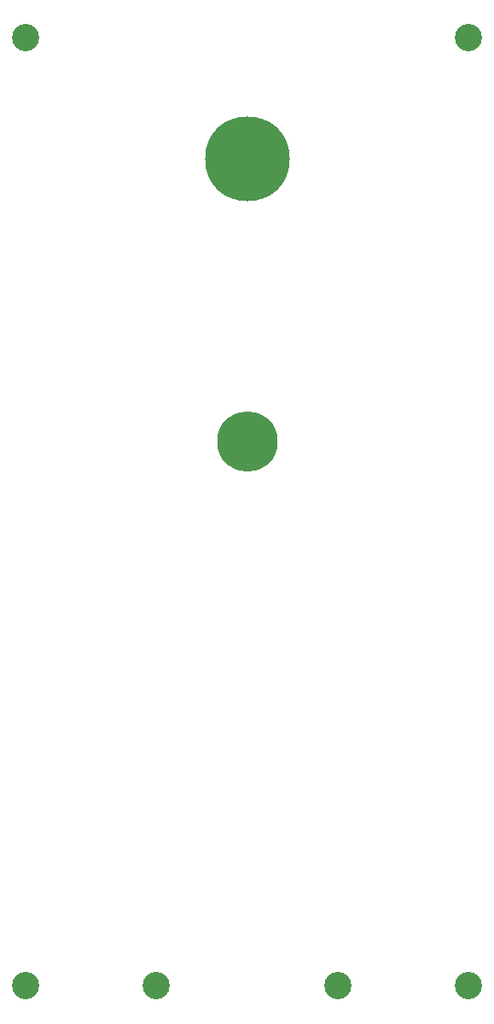
<source format=gbr>
%TF.GenerationSoftware,KiCad,Pcbnew,8.0.3*%
%TF.CreationDate,2024-06-30T10:59:25+01:00*%
%TF.ProjectId,Esp32EduModular-Acc-Panel+JST,45737033-3245-4647-954d-6f64756c6172,rev?*%
%TF.SameCoordinates,Original*%
%TF.FileFunction,Soldermask,Top*%
%TF.FilePolarity,Negative*%
%FSLAX46Y46*%
G04 Gerber Fmt 4.6, Leading zero omitted, Abs format (unit mm)*
G04 Created by KiCad (PCBNEW 8.0.3) date 2024-06-30 10:59:25*
%MOMM*%
%LPD*%
G01*
G04 APERTURE LIST*
%ADD10C,6.000000*%
%ADD11C,2.700000*%
%ADD12C,8.400000*%
G04 APERTURE END LIST*
D10*
%TO.C,REF\u002A\u002A*%
X75000000Y-93000000D03*
%TD*%
D11*
%TO.C,MK4*%
X97000000Y-147000000D03*
%TD*%
%TO.C,MK2*%
X66000000Y-147000000D03*
%TD*%
%TO.C,MK3*%
X53000000Y-147000000D03*
%TD*%
D12*
%TO.C,REF\u002A\u002A*%
X75000000Y-65000000D03*
%TD*%
D11*
%TO.C,MK1*%
X84000000Y-147000000D03*
%TD*%
%TO.C,MK1*%
X53000000Y-53000000D03*
%TD*%
%TO.C,MK2*%
X97000000Y-53000000D03*
%TD*%
M02*

</source>
